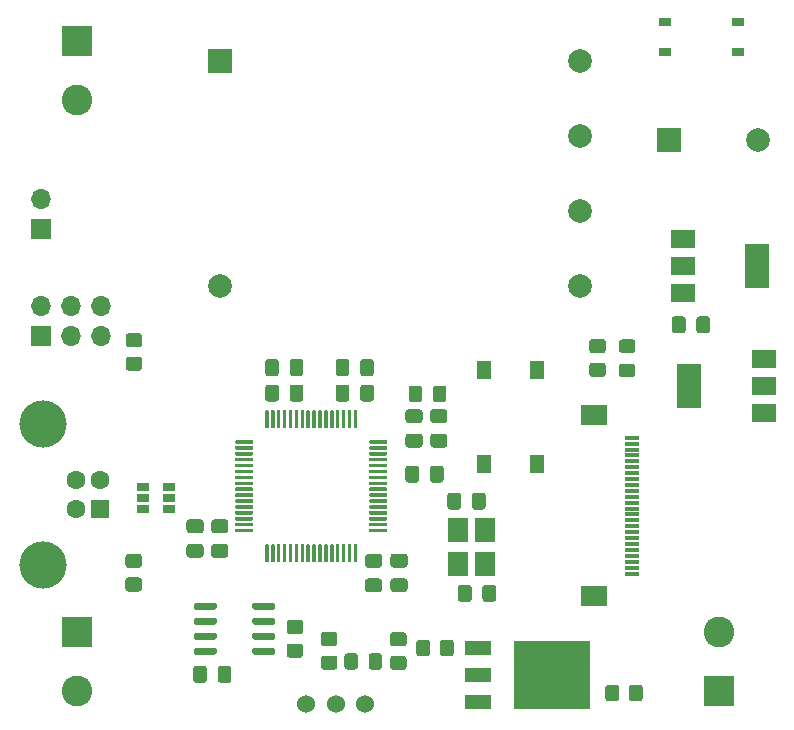
<source format=gbr>
%TF.GenerationSoftware,KiCad,Pcbnew,5.1.12-84ad8e8a86~92~ubuntu20.04.1*%
%TF.CreationDate,2021-12-25T01:33:58-06:00*%
%TF.ProjectId,Solder_Reflow_Oven_2.0,536f6c64-6572-45f5-9265-666c6f775f4f,rev?*%
%TF.SameCoordinates,Original*%
%TF.FileFunction,Soldermask,Top*%
%TF.FilePolarity,Negative*%
%FSLAX46Y46*%
G04 Gerber Fmt 4.6, Leading zero omitted, Abs format (unit mm)*
G04 Created by KiCad (PCBNEW 5.1.12-84ad8e8a86~92~ubuntu20.04.1) date 2021-12-25 01:33:58*
%MOMM*%
%LPD*%
G01*
G04 APERTURE LIST*
%ADD10R,1.600000X1.600000*%
%ADD11C,1.600000*%
%ADD12C,4.000000*%
%ADD13R,2.200000X1.800000*%
%ADD14R,1.300000X0.300000*%
%ADD15R,1.300000X1.550000*%
%ADD16C,2.600000*%
%ADD17R,2.600000X2.600000*%
%ADD18R,2.200000X1.200000*%
%ADD19R,6.400000X5.800000*%
%ADD20R,1.060000X0.650000*%
%ADD21R,1.000000X0.800000*%
%ADD22R,1.800000X2.100000*%
%ADD23R,2.000000X3.800000*%
%ADD24R,2.000000X1.500000*%
%ADD25R,2.000000X2.000000*%
%ADD26C,2.000000*%
%ADD27C,1.524000*%
%ADD28R,1.700000X1.700000*%
%ADD29O,1.700000X1.700000*%
G04 APERTURE END LIST*
D10*
%TO.C,J2*%
X46494700Y-116382800D03*
D11*
X46494700Y-113882800D03*
X44494700Y-113882800D03*
X44494700Y-116382800D03*
D12*
X41634700Y-109132800D03*
X41634700Y-121132800D03*
%TD*%
%TO.C,R4*%
G36*
G01*
X48902199Y-120154900D02*
X49802201Y-120154900D01*
G75*
G02*
X50052200Y-120404899I0J-249999D01*
G01*
X50052200Y-121104901D01*
G75*
G02*
X49802201Y-121354900I-249999J0D01*
G01*
X48902199Y-121354900D01*
G75*
G02*
X48652200Y-121104901I0J249999D01*
G01*
X48652200Y-120404899D01*
G75*
G02*
X48902199Y-120154900I249999J0D01*
G01*
G37*
G36*
G01*
X48902199Y-122154900D02*
X49802201Y-122154900D01*
G75*
G02*
X50052200Y-122404899I0J-249999D01*
G01*
X50052200Y-123104901D01*
G75*
G02*
X49802201Y-123354900I-249999J0D01*
G01*
X48902199Y-123354900D01*
G75*
G02*
X48652200Y-123104901I0J249999D01*
G01*
X48652200Y-122404899D01*
G75*
G02*
X48902199Y-122154900I249999J0D01*
G01*
G37*
%TD*%
%TO.C,C1*%
G36*
G01*
X77972500Y-123032500D02*
X77972500Y-123982500D01*
G75*
G02*
X77722500Y-124232500I-250000J0D01*
G01*
X77047500Y-124232500D01*
G75*
G02*
X76797500Y-123982500I0J250000D01*
G01*
X76797500Y-123032500D01*
G75*
G02*
X77047500Y-122782500I250000J0D01*
G01*
X77722500Y-122782500D01*
G75*
G02*
X77972500Y-123032500I0J-250000D01*
G01*
G37*
G36*
G01*
X80047500Y-123032500D02*
X80047500Y-123982500D01*
G75*
G02*
X79797500Y-124232500I-250000J0D01*
G01*
X79122500Y-124232500D01*
G75*
G02*
X78872500Y-123982500I0J250000D01*
G01*
X78872500Y-123032500D01*
G75*
G02*
X79122500Y-122782500I250000J0D01*
G01*
X79797500Y-122782500D01*
G75*
G02*
X80047500Y-123032500I0J-250000D01*
G01*
G37*
%TD*%
%TO.C,C2*%
G36*
G01*
X74427500Y-113886000D02*
X74427500Y-112936000D01*
G75*
G02*
X74677500Y-112686000I250000J0D01*
G01*
X75352500Y-112686000D01*
G75*
G02*
X75602500Y-112936000I0J-250000D01*
G01*
X75602500Y-113886000D01*
G75*
G02*
X75352500Y-114136000I-250000J0D01*
G01*
X74677500Y-114136000D01*
G75*
G02*
X74427500Y-113886000I0J250000D01*
G01*
G37*
G36*
G01*
X72352500Y-113886000D02*
X72352500Y-112936000D01*
G75*
G02*
X72602500Y-112686000I250000J0D01*
G01*
X73277500Y-112686000D01*
G75*
G02*
X73527500Y-112936000I0J-250000D01*
G01*
X73527500Y-113886000D01*
G75*
G02*
X73277500Y-114136000I-250000J0D01*
G01*
X72602500Y-114136000D01*
G75*
G02*
X72352500Y-113886000I0J250000D01*
G01*
G37*
%TD*%
%TO.C,C4*%
G36*
G01*
X68522000Y-107028000D02*
X68522000Y-106078000D01*
G75*
G02*
X68772000Y-105828000I250000J0D01*
G01*
X69447000Y-105828000D01*
G75*
G02*
X69697000Y-106078000I0J-250000D01*
G01*
X69697000Y-107028000D01*
G75*
G02*
X69447000Y-107278000I-250000J0D01*
G01*
X68772000Y-107278000D01*
G75*
G02*
X68522000Y-107028000I0J250000D01*
G01*
G37*
G36*
G01*
X66447000Y-107028000D02*
X66447000Y-106078000D01*
G75*
G02*
X66697000Y-105828000I250000J0D01*
G01*
X67372000Y-105828000D01*
G75*
G02*
X67622000Y-106078000I0J-250000D01*
G01*
X67622000Y-107028000D01*
G75*
G02*
X67372000Y-107278000I-250000J0D01*
G01*
X66697000Y-107278000D01*
G75*
G02*
X66447000Y-107028000I0J250000D01*
G01*
G37*
%TD*%
%TO.C,C5*%
G36*
G01*
X69184500Y-122243000D02*
X70134500Y-122243000D01*
G75*
G02*
X70384500Y-122493000I0J-250000D01*
G01*
X70384500Y-123168000D01*
G75*
G02*
X70134500Y-123418000I-250000J0D01*
G01*
X69184500Y-123418000D01*
G75*
G02*
X68934500Y-123168000I0J250000D01*
G01*
X68934500Y-122493000D01*
G75*
G02*
X69184500Y-122243000I250000J0D01*
G01*
G37*
G36*
G01*
X69184500Y-120168000D02*
X70134500Y-120168000D01*
G75*
G02*
X70384500Y-120418000I0J-250000D01*
G01*
X70384500Y-121093000D01*
G75*
G02*
X70134500Y-121343000I-250000J0D01*
G01*
X69184500Y-121343000D01*
G75*
G02*
X68934500Y-121093000I0J250000D01*
G01*
X68934500Y-120418000D01*
G75*
G02*
X69184500Y-120168000I250000J0D01*
G01*
G37*
%TD*%
%TO.C,C6*%
G36*
G01*
X62553000Y-107028000D02*
X62553000Y-106078000D01*
G75*
G02*
X62803000Y-105828000I250000J0D01*
G01*
X63478000Y-105828000D01*
G75*
G02*
X63728000Y-106078000I0J-250000D01*
G01*
X63728000Y-107028000D01*
G75*
G02*
X63478000Y-107278000I-250000J0D01*
G01*
X62803000Y-107278000D01*
G75*
G02*
X62553000Y-107028000I0J250000D01*
G01*
G37*
G36*
G01*
X60478000Y-107028000D02*
X60478000Y-106078000D01*
G75*
G02*
X60728000Y-105828000I250000J0D01*
G01*
X61403000Y-105828000D01*
G75*
G02*
X61653000Y-106078000I0J-250000D01*
G01*
X61653000Y-107028000D01*
G75*
G02*
X61403000Y-107278000I-250000J0D01*
G01*
X60728000Y-107278000D01*
G75*
G02*
X60478000Y-107028000I0J250000D01*
G01*
G37*
%TD*%
%TO.C,C7*%
G36*
G01*
X77083500Y-115222000D02*
X77083500Y-116172000D01*
G75*
G02*
X76833500Y-116422000I-250000J0D01*
G01*
X76158500Y-116422000D01*
G75*
G02*
X75908500Y-116172000I0J250000D01*
G01*
X75908500Y-115222000D01*
G75*
G02*
X76158500Y-114972000I250000J0D01*
G01*
X76833500Y-114972000D01*
G75*
G02*
X77083500Y-115222000I0J-250000D01*
G01*
G37*
G36*
G01*
X79158500Y-115222000D02*
X79158500Y-116172000D01*
G75*
G02*
X78908500Y-116422000I-250000J0D01*
G01*
X78233500Y-116422000D01*
G75*
G02*
X77983500Y-116172000I0J250000D01*
G01*
X77983500Y-115222000D01*
G75*
G02*
X78233500Y-114972000I250000J0D01*
G01*
X78908500Y-114972000D01*
G75*
G02*
X79158500Y-115222000I0J-250000D01*
G01*
G37*
%TD*%
%TO.C,C8*%
G36*
G01*
X62553000Y-104869000D02*
X62553000Y-103919000D01*
G75*
G02*
X62803000Y-103669000I250000J0D01*
G01*
X63478000Y-103669000D01*
G75*
G02*
X63728000Y-103919000I0J-250000D01*
G01*
X63728000Y-104869000D01*
G75*
G02*
X63478000Y-105119000I-250000J0D01*
G01*
X62803000Y-105119000D01*
G75*
G02*
X62553000Y-104869000I0J250000D01*
G01*
G37*
G36*
G01*
X60478000Y-104869000D02*
X60478000Y-103919000D01*
G75*
G02*
X60728000Y-103669000I250000J0D01*
G01*
X61403000Y-103669000D01*
G75*
G02*
X61653000Y-103919000I0J-250000D01*
G01*
X61653000Y-104869000D01*
G75*
G02*
X61403000Y-105119000I-250000J0D01*
G01*
X60728000Y-105119000D01*
G75*
G02*
X60478000Y-104869000I0J250000D01*
G01*
G37*
%TD*%
%TO.C,C9*%
G36*
G01*
X68522000Y-104869000D02*
X68522000Y-103919000D01*
G75*
G02*
X68772000Y-103669000I250000J0D01*
G01*
X69447000Y-103669000D01*
G75*
G02*
X69697000Y-103919000I0J-250000D01*
G01*
X69697000Y-104869000D01*
G75*
G02*
X69447000Y-105119000I-250000J0D01*
G01*
X68772000Y-105119000D01*
G75*
G02*
X68522000Y-104869000I0J250000D01*
G01*
G37*
G36*
G01*
X66447000Y-104869000D02*
X66447000Y-103919000D01*
G75*
G02*
X66697000Y-103669000I250000J0D01*
G01*
X67372000Y-103669000D01*
G75*
G02*
X67622000Y-103919000I0J-250000D01*
G01*
X67622000Y-104869000D01*
G75*
G02*
X67372000Y-105119000I-250000J0D01*
G01*
X66697000Y-105119000D01*
G75*
G02*
X66447000Y-104869000I0J250000D01*
G01*
G37*
%TD*%
%TO.C,C11*%
G36*
G01*
X71343500Y-122221500D02*
X72293500Y-122221500D01*
G75*
G02*
X72543500Y-122471500I0J-250000D01*
G01*
X72543500Y-123146500D01*
G75*
G02*
X72293500Y-123396500I-250000J0D01*
G01*
X71343500Y-123396500D01*
G75*
G02*
X71093500Y-123146500I0J250000D01*
G01*
X71093500Y-122471500D01*
G75*
G02*
X71343500Y-122221500I250000J0D01*
G01*
G37*
G36*
G01*
X71343500Y-120146500D02*
X72293500Y-120146500D01*
G75*
G02*
X72543500Y-120396500I0J-250000D01*
G01*
X72543500Y-121071500D01*
G75*
G02*
X72293500Y-121321500I-250000J0D01*
G01*
X71343500Y-121321500D01*
G75*
G02*
X71093500Y-121071500I0J250000D01*
G01*
X71093500Y-120396500D01*
G75*
G02*
X71343500Y-120146500I250000J0D01*
G01*
G37*
%TD*%
%TO.C,C12*%
G36*
G01*
X55021500Y-118422000D02*
X54071500Y-118422000D01*
G75*
G02*
X53821500Y-118172000I0J250000D01*
G01*
X53821500Y-117497000D01*
G75*
G02*
X54071500Y-117247000I250000J0D01*
G01*
X55021500Y-117247000D01*
G75*
G02*
X55271500Y-117497000I0J-250000D01*
G01*
X55271500Y-118172000D01*
G75*
G02*
X55021500Y-118422000I-250000J0D01*
G01*
G37*
G36*
G01*
X55021500Y-120497000D02*
X54071500Y-120497000D01*
G75*
G02*
X53821500Y-120247000I0J250000D01*
G01*
X53821500Y-119572000D01*
G75*
G02*
X54071500Y-119322000I250000J0D01*
G01*
X55021500Y-119322000D01*
G75*
G02*
X55271500Y-119572000I0J-250000D01*
G01*
X55271500Y-120247000D01*
G75*
G02*
X55021500Y-120497000I-250000J0D01*
G01*
G37*
%TD*%
%TO.C,C13*%
G36*
G01*
X96082700Y-100299500D02*
X96082700Y-101249500D01*
G75*
G02*
X95832700Y-101499500I-250000J0D01*
G01*
X95157700Y-101499500D01*
G75*
G02*
X94907700Y-101249500I0J250000D01*
G01*
X94907700Y-100299500D01*
G75*
G02*
X95157700Y-100049500I250000J0D01*
G01*
X95832700Y-100049500D01*
G75*
G02*
X96082700Y-100299500I0J-250000D01*
G01*
G37*
G36*
G01*
X98157700Y-100299500D02*
X98157700Y-101249500D01*
G75*
G02*
X97907700Y-101499500I-250000J0D01*
G01*
X97232700Y-101499500D01*
G75*
G02*
X96982700Y-101249500I0J250000D01*
G01*
X96982700Y-100299500D01*
G75*
G02*
X97232700Y-100049500I250000J0D01*
G01*
X97907700Y-100049500D01*
G75*
G02*
X98157700Y-100299500I0J-250000D01*
G01*
G37*
%TD*%
%TO.C,C14*%
G36*
G01*
X72613500Y-109987500D02*
X73563500Y-109987500D01*
G75*
G02*
X73813500Y-110237500I0J-250000D01*
G01*
X73813500Y-110912500D01*
G75*
G02*
X73563500Y-111162500I-250000J0D01*
G01*
X72613500Y-111162500D01*
G75*
G02*
X72363500Y-110912500I0J250000D01*
G01*
X72363500Y-110237500D01*
G75*
G02*
X72613500Y-109987500I250000J0D01*
G01*
G37*
G36*
G01*
X72613500Y-107912500D02*
X73563500Y-107912500D01*
G75*
G02*
X73813500Y-108162500I0J-250000D01*
G01*
X73813500Y-108837500D01*
G75*
G02*
X73563500Y-109087500I-250000J0D01*
G01*
X72613500Y-109087500D01*
G75*
G02*
X72363500Y-108837500I0J250000D01*
G01*
X72363500Y-108162500D01*
G75*
G02*
X72613500Y-107912500I250000J0D01*
G01*
G37*
%TD*%
%TO.C,C15*%
G36*
G01*
X74709000Y-109987500D02*
X75659000Y-109987500D01*
G75*
G02*
X75909000Y-110237500I0J-250000D01*
G01*
X75909000Y-110912500D01*
G75*
G02*
X75659000Y-111162500I-250000J0D01*
G01*
X74709000Y-111162500D01*
G75*
G02*
X74459000Y-110912500I0J250000D01*
G01*
X74459000Y-110237500D01*
G75*
G02*
X74709000Y-109987500I250000J0D01*
G01*
G37*
G36*
G01*
X74709000Y-107912500D02*
X75659000Y-107912500D01*
G75*
G02*
X75909000Y-108162500I0J-250000D01*
G01*
X75909000Y-108837500D01*
G75*
G02*
X75659000Y-109087500I-250000J0D01*
G01*
X74709000Y-109087500D01*
G75*
G02*
X74459000Y-108837500I0J250000D01*
G01*
X74459000Y-108162500D01*
G75*
G02*
X74709000Y-107912500I250000J0D01*
G01*
G37*
%TD*%
%TO.C,C16*%
G36*
G01*
X56457000Y-130840500D02*
X56457000Y-129890500D01*
G75*
G02*
X56707000Y-129640500I250000J0D01*
G01*
X57382000Y-129640500D01*
G75*
G02*
X57632000Y-129890500I0J-250000D01*
G01*
X57632000Y-130840500D01*
G75*
G02*
X57382000Y-131090500I-250000J0D01*
G01*
X56707000Y-131090500D01*
G75*
G02*
X56457000Y-130840500I0J250000D01*
G01*
G37*
G36*
G01*
X54382000Y-130840500D02*
X54382000Y-129890500D01*
G75*
G02*
X54632000Y-129640500I250000J0D01*
G01*
X55307000Y-129640500D01*
G75*
G02*
X55557000Y-129890500I0J-250000D01*
G01*
X55557000Y-130840500D01*
G75*
G02*
X55307000Y-131090500I-250000J0D01*
G01*
X54632000Y-131090500D01*
G75*
G02*
X54382000Y-130840500I0J250000D01*
G01*
G37*
%TD*%
%TO.C,C3*%
G36*
G01*
X57117000Y-118422000D02*
X56167000Y-118422000D01*
G75*
G02*
X55917000Y-118172000I0J250000D01*
G01*
X55917000Y-117497000D01*
G75*
G02*
X56167000Y-117247000I250000J0D01*
G01*
X57117000Y-117247000D01*
G75*
G02*
X57367000Y-117497000I0J-250000D01*
G01*
X57367000Y-118172000D01*
G75*
G02*
X57117000Y-118422000I-250000J0D01*
G01*
G37*
G36*
G01*
X57117000Y-120497000D02*
X56167000Y-120497000D01*
G75*
G02*
X55917000Y-120247000I0J250000D01*
G01*
X55917000Y-119572000D01*
G75*
G02*
X56167000Y-119322000I250000J0D01*
G01*
X57117000Y-119322000D01*
G75*
G02*
X57367000Y-119572000I0J-250000D01*
G01*
X57367000Y-120247000D01*
G75*
G02*
X57117000Y-120497000I-250000J0D01*
G01*
G37*
%TD*%
%TO.C,U4*%
G36*
G01*
X70826300Y-118114700D02*
X70826300Y-118264700D01*
G75*
G02*
X70751300Y-118339700I-75000J0D01*
G01*
X69351300Y-118339700D01*
G75*
G02*
X69276300Y-118264700I0J75000D01*
G01*
X69276300Y-118114700D01*
G75*
G02*
X69351300Y-118039700I75000J0D01*
G01*
X70751300Y-118039700D01*
G75*
G02*
X70826300Y-118114700I0J-75000D01*
G01*
G37*
G36*
G01*
X70826300Y-117614700D02*
X70826300Y-117764700D01*
G75*
G02*
X70751300Y-117839700I-75000J0D01*
G01*
X69351300Y-117839700D01*
G75*
G02*
X69276300Y-117764700I0J75000D01*
G01*
X69276300Y-117614700D01*
G75*
G02*
X69351300Y-117539700I75000J0D01*
G01*
X70751300Y-117539700D01*
G75*
G02*
X70826300Y-117614700I0J-75000D01*
G01*
G37*
G36*
G01*
X70826300Y-117114700D02*
X70826300Y-117264700D01*
G75*
G02*
X70751300Y-117339700I-75000J0D01*
G01*
X69351300Y-117339700D01*
G75*
G02*
X69276300Y-117264700I0J75000D01*
G01*
X69276300Y-117114700D01*
G75*
G02*
X69351300Y-117039700I75000J0D01*
G01*
X70751300Y-117039700D01*
G75*
G02*
X70826300Y-117114700I0J-75000D01*
G01*
G37*
G36*
G01*
X70826300Y-116614700D02*
X70826300Y-116764700D01*
G75*
G02*
X70751300Y-116839700I-75000J0D01*
G01*
X69351300Y-116839700D01*
G75*
G02*
X69276300Y-116764700I0J75000D01*
G01*
X69276300Y-116614700D01*
G75*
G02*
X69351300Y-116539700I75000J0D01*
G01*
X70751300Y-116539700D01*
G75*
G02*
X70826300Y-116614700I0J-75000D01*
G01*
G37*
G36*
G01*
X70826300Y-116114700D02*
X70826300Y-116264700D01*
G75*
G02*
X70751300Y-116339700I-75000J0D01*
G01*
X69351300Y-116339700D01*
G75*
G02*
X69276300Y-116264700I0J75000D01*
G01*
X69276300Y-116114700D01*
G75*
G02*
X69351300Y-116039700I75000J0D01*
G01*
X70751300Y-116039700D01*
G75*
G02*
X70826300Y-116114700I0J-75000D01*
G01*
G37*
G36*
G01*
X70826300Y-115614700D02*
X70826300Y-115764700D01*
G75*
G02*
X70751300Y-115839700I-75000J0D01*
G01*
X69351300Y-115839700D01*
G75*
G02*
X69276300Y-115764700I0J75000D01*
G01*
X69276300Y-115614700D01*
G75*
G02*
X69351300Y-115539700I75000J0D01*
G01*
X70751300Y-115539700D01*
G75*
G02*
X70826300Y-115614700I0J-75000D01*
G01*
G37*
G36*
G01*
X70826300Y-115114700D02*
X70826300Y-115264700D01*
G75*
G02*
X70751300Y-115339700I-75000J0D01*
G01*
X69351300Y-115339700D01*
G75*
G02*
X69276300Y-115264700I0J75000D01*
G01*
X69276300Y-115114700D01*
G75*
G02*
X69351300Y-115039700I75000J0D01*
G01*
X70751300Y-115039700D01*
G75*
G02*
X70826300Y-115114700I0J-75000D01*
G01*
G37*
G36*
G01*
X70826300Y-114614700D02*
X70826300Y-114764700D01*
G75*
G02*
X70751300Y-114839700I-75000J0D01*
G01*
X69351300Y-114839700D01*
G75*
G02*
X69276300Y-114764700I0J75000D01*
G01*
X69276300Y-114614700D01*
G75*
G02*
X69351300Y-114539700I75000J0D01*
G01*
X70751300Y-114539700D01*
G75*
G02*
X70826300Y-114614700I0J-75000D01*
G01*
G37*
G36*
G01*
X70826300Y-114114700D02*
X70826300Y-114264700D01*
G75*
G02*
X70751300Y-114339700I-75000J0D01*
G01*
X69351300Y-114339700D01*
G75*
G02*
X69276300Y-114264700I0J75000D01*
G01*
X69276300Y-114114700D01*
G75*
G02*
X69351300Y-114039700I75000J0D01*
G01*
X70751300Y-114039700D01*
G75*
G02*
X70826300Y-114114700I0J-75000D01*
G01*
G37*
G36*
G01*
X70826300Y-113614700D02*
X70826300Y-113764700D01*
G75*
G02*
X70751300Y-113839700I-75000J0D01*
G01*
X69351300Y-113839700D01*
G75*
G02*
X69276300Y-113764700I0J75000D01*
G01*
X69276300Y-113614700D01*
G75*
G02*
X69351300Y-113539700I75000J0D01*
G01*
X70751300Y-113539700D01*
G75*
G02*
X70826300Y-113614700I0J-75000D01*
G01*
G37*
G36*
G01*
X70826300Y-113114700D02*
X70826300Y-113264700D01*
G75*
G02*
X70751300Y-113339700I-75000J0D01*
G01*
X69351300Y-113339700D01*
G75*
G02*
X69276300Y-113264700I0J75000D01*
G01*
X69276300Y-113114700D01*
G75*
G02*
X69351300Y-113039700I75000J0D01*
G01*
X70751300Y-113039700D01*
G75*
G02*
X70826300Y-113114700I0J-75000D01*
G01*
G37*
G36*
G01*
X70826300Y-112614700D02*
X70826300Y-112764700D01*
G75*
G02*
X70751300Y-112839700I-75000J0D01*
G01*
X69351300Y-112839700D01*
G75*
G02*
X69276300Y-112764700I0J75000D01*
G01*
X69276300Y-112614700D01*
G75*
G02*
X69351300Y-112539700I75000J0D01*
G01*
X70751300Y-112539700D01*
G75*
G02*
X70826300Y-112614700I0J-75000D01*
G01*
G37*
G36*
G01*
X70826300Y-112114700D02*
X70826300Y-112264700D01*
G75*
G02*
X70751300Y-112339700I-75000J0D01*
G01*
X69351300Y-112339700D01*
G75*
G02*
X69276300Y-112264700I0J75000D01*
G01*
X69276300Y-112114700D01*
G75*
G02*
X69351300Y-112039700I75000J0D01*
G01*
X70751300Y-112039700D01*
G75*
G02*
X70826300Y-112114700I0J-75000D01*
G01*
G37*
G36*
G01*
X70826300Y-111614700D02*
X70826300Y-111764700D01*
G75*
G02*
X70751300Y-111839700I-75000J0D01*
G01*
X69351300Y-111839700D01*
G75*
G02*
X69276300Y-111764700I0J75000D01*
G01*
X69276300Y-111614700D01*
G75*
G02*
X69351300Y-111539700I75000J0D01*
G01*
X70751300Y-111539700D01*
G75*
G02*
X70826300Y-111614700I0J-75000D01*
G01*
G37*
G36*
G01*
X70826300Y-111114700D02*
X70826300Y-111264700D01*
G75*
G02*
X70751300Y-111339700I-75000J0D01*
G01*
X69351300Y-111339700D01*
G75*
G02*
X69276300Y-111264700I0J75000D01*
G01*
X69276300Y-111114700D01*
G75*
G02*
X69351300Y-111039700I75000J0D01*
G01*
X70751300Y-111039700D01*
G75*
G02*
X70826300Y-111114700I0J-75000D01*
G01*
G37*
G36*
G01*
X70826300Y-110614700D02*
X70826300Y-110764700D01*
G75*
G02*
X70751300Y-110839700I-75000J0D01*
G01*
X69351300Y-110839700D01*
G75*
G02*
X69276300Y-110764700I0J75000D01*
G01*
X69276300Y-110614700D01*
G75*
G02*
X69351300Y-110539700I75000J0D01*
G01*
X70751300Y-110539700D01*
G75*
G02*
X70826300Y-110614700I0J-75000D01*
G01*
G37*
G36*
G01*
X68276300Y-108064700D02*
X68276300Y-109464700D01*
G75*
G02*
X68201300Y-109539700I-75000J0D01*
G01*
X68051300Y-109539700D01*
G75*
G02*
X67976300Y-109464700I0J75000D01*
G01*
X67976300Y-108064700D01*
G75*
G02*
X68051300Y-107989700I75000J0D01*
G01*
X68201300Y-107989700D01*
G75*
G02*
X68276300Y-108064700I0J-75000D01*
G01*
G37*
G36*
G01*
X67776300Y-108064700D02*
X67776300Y-109464700D01*
G75*
G02*
X67701300Y-109539700I-75000J0D01*
G01*
X67551300Y-109539700D01*
G75*
G02*
X67476300Y-109464700I0J75000D01*
G01*
X67476300Y-108064700D01*
G75*
G02*
X67551300Y-107989700I75000J0D01*
G01*
X67701300Y-107989700D01*
G75*
G02*
X67776300Y-108064700I0J-75000D01*
G01*
G37*
G36*
G01*
X67276300Y-108064700D02*
X67276300Y-109464700D01*
G75*
G02*
X67201300Y-109539700I-75000J0D01*
G01*
X67051300Y-109539700D01*
G75*
G02*
X66976300Y-109464700I0J75000D01*
G01*
X66976300Y-108064700D01*
G75*
G02*
X67051300Y-107989700I75000J0D01*
G01*
X67201300Y-107989700D01*
G75*
G02*
X67276300Y-108064700I0J-75000D01*
G01*
G37*
G36*
G01*
X66776300Y-108064700D02*
X66776300Y-109464700D01*
G75*
G02*
X66701300Y-109539700I-75000J0D01*
G01*
X66551300Y-109539700D01*
G75*
G02*
X66476300Y-109464700I0J75000D01*
G01*
X66476300Y-108064700D01*
G75*
G02*
X66551300Y-107989700I75000J0D01*
G01*
X66701300Y-107989700D01*
G75*
G02*
X66776300Y-108064700I0J-75000D01*
G01*
G37*
G36*
G01*
X66276300Y-108064700D02*
X66276300Y-109464700D01*
G75*
G02*
X66201300Y-109539700I-75000J0D01*
G01*
X66051300Y-109539700D01*
G75*
G02*
X65976300Y-109464700I0J75000D01*
G01*
X65976300Y-108064700D01*
G75*
G02*
X66051300Y-107989700I75000J0D01*
G01*
X66201300Y-107989700D01*
G75*
G02*
X66276300Y-108064700I0J-75000D01*
G01*
G37*
G36*
G01*
X65776300Y-108064700D02*
X65776300Y-109464700D01*
G75*
G02*
X65701300Y-109539700I-75000J0D01*
G01*
X65551300Y-109539700D01*
G75*
G02*
X65476300Y-109464700I0J75000D01*
G01*
X65476300Y-108064700D01*
G75*
G02*
X65551300Y-107989700I75000J0D01*
G01*
X65701300Y-107989700D01*
G75*
G02*
X65776300Y-108064700I0J-75000D01*
G01*
G37*
G36*
G01*
X65276300Y-108064700D02*
X65276300Y-109464700D01*
G75*
G02*
X65201300Y-109539700I-75000J0D01*
G01*
X65051300Y-109539700D01*
G75*
G02*
X64976300Y-109464700I0J75000D01*
G01*
X64976300Y-108064700D01*
G75*
G02*
X65051300Y-107989700I75000J0D01*
G01*
X65201300Y-107989700D01*
G75*
G02*
X65276300Y-108064700I0J-75000D01*
G01*
G37*
G36*
G01*
X64776300Y-108064700D02*
X64776300Y-109464700D01*
G75*
G02*
X64701300Y-109539700I-75000J0D01*
G01*
X64551300Y-109539700D01*
G75*
G02*
X64476300Y-109464700I0J75000D01*
G01*
X64476300Y-108064700D01*
G75*
G02*
X64551300Y-107989700I75000J0D01*
G01*
X64701300Y-107989700D01*
G75*
G02*
X64776300Y-108064700I0J-75000D01*
G01*
G37*
G36*
G01*
X64276300Y-108064700D02*
X64276300Y-109464700D01*
G75*
G02*
X64201300Y-109539700I-75000J0D01*
G01*
X64051300Y-109539700D01*
G75*
G02*
X63976300Y-109464700I0J75000D01*
G01*
X63976300Y-108064700D01*
G75*
G02*
X64051300Y-107989700I75000J0D01*
G01*
X64201300Y-107989700D01*
G75*
G02*
X64276300Y-108064700I0J-75000D01*
G01*
G37*
G36*
G01*
X63776300Y-108064700D02*
X63776300Y-109464700D01*
G75*
G02*
X63701300Y-109539700I-75000J0D01*
G01*
X63551300Y-109539700D01*
G75*
G02*
X63476300Y-109464700I0J75000D01*
G01*
X63476300Y-108064700D01*
G75*
G02*
X63551300Y-107989700I75000J0D01*
G01*
X63701300Y-107989700D01*
G75*
G02*
X63776300Y-108064700I0J-75000D01*
G01*
G37*
G36*
G01*
X63276300Y-108064700D02*
X63276300Y-109464700D01*
G75*
G02*
X63201300Y-109539700I-75000J0D01*
G01*
X63051300Y-109539700D01*
G75*
G02*
X62976300Y-109464700I0J75000D01*
G01*
X62976300Y-108064700D01*
G75*
G02*
X63051300Y-107989700I75000J0D01*
G01*
X63201300Y-107989700D01*
G75*
G02*
X63276300Y-108064700I0J-75000D01*
G01*
G37*
G36*
G01*
X62776300Y-108064700D02*
X62776300Y-109464700D01*
G75*
G02*
X62701300Y-109539700I-75000J0D01*
G01*
X62551300Y-109539700D01*
G75*
G02*
X62476300Y-109464700I0J75000D01*
G01*
X62476300Y-108064700D01*
G75*
G02*
X62551300Y-107989700I75000J0D01*
G01*
X62701300Y-107989700D01*
G75*
G02*
X62776300Y-108064700I0J-75000D01*
G01*
G37*
G36*
G01*
X62276300Y-108064700D02*
X62276300Y-109464700D01*
G75*
G02*
X62201300Y-109539700I-75000J0D01*
G01*
X62051300Y-109539700D01*
G75*
G02*
X61976300Y-109464700I0J75000D01*
G01*
X61976300Y-108064700D01*
G75*
G02*
X62051300Y-107989700I75000J0D01*
G01*
X62201300Y-107989700D01*
G75*
G02*
X62276300Y-108064700I0J-75000D01*
G01*
G37*
G36*
G01*
X61776300Y-108064700D02*
X61776300Y-109464700D01*
G75*
G02*
X61701300Y-109539700I-75000J0D01*
G01*
X61551300Y-109539700D01*
G75*
G02*
X61476300Y-109464700I0J75000D01*
G01*
X61476300Y-108064700D01*
G75*
G02*
X61551300Y-107989700I75000J0D01*
G01*
X61701300Y-107989700D01*
G75*
G02*
X61776300Y-108064700I0J-75000D01*
G01*
G37*
G36*
G01*
X61276300Y-108064700D02*
X61276300Y-109464700D01*
G75*
G02*
X61201300Y-109539700I-75000J0D01*
G01*
X61051300Y-109539700D01*
G75*
G02*
X60976300Y-109464700I0J75000D01*
G01*
X60976300Y-108064700D01*
G75*
G02*
X61051300Y-107989700I75000J0D01*
G01*
X61201300Y-107989700D01*
G75*
G02*
X61276300Y-108064700I0J-75000D01*
G01*
G37*
G36*
G01*
X60776300Y-108064700D02*
X60776300Y-109464700D01*
G75*
G02*
X60701300Y-109539700I-75000J0D01*
G01*
X60551300Y-109539700D01*
G75*
G02*
X60476300Y-109464700I0J75000D01*
G01*
X60476300Y-108064700D01*
G75*
G02*
X60551300Y-107989700I75000J0D01*
G01*
X60701300Y-107989700D01*
G75*
G02*
X60776300Y-108064700I0J-75000D01*
G01*
G37*
G36*
G01*
X59476300Y-110614700D02*
X59476300Y-110764700D01*
G75*
G02*
X59401300Y-110839700I-75000J0D01*
G01*
X58001300Y-110839700D01*
G75*
G02*
X57926300Y-110764700I0J75000D01*
G01*
X57926300Y-110614700D01*
G75*
G02*
X58001300Y-110539700I75000J0D01*
G01*
X59401300Y-110539700D01*
G75*
G02*
X59476300Y-110614700I0J-75000D01*
G01*
G37*
G36*
G01*
X59476300Y-111114700D02*
X59476300Y-111264700D01*
G75*
G02*
X59401300Y-111339700I-75000J0D01*
G01*
X58001300Y-111339700D01*
G75*
G02*
X57926300Y-111264700I0J75000D01*
G01*
X57926300Y-111114700D01*
G75*
G02*
X58001300Y-111039700I75000J0D01*
G01*
X59401300Y-111039700D01*
G75*
G02*
X59476300Y-111114700I0J-75000D01*
G01*
G37*
G36*
G01*
X59476300Y-111614700D02*
X59476300Y-111764700D01*
G75*
G02*
X59401300Y-111839700I-75000J0D01*
G01*
X58001300Y-111839700D01*
G75*
G02*
X57926300Y-111764700I0J75000D01*
G01*
X57926300Y-111614700D01*
G75*
G02*
X58001300Y-111539700I75000J0D01*
G01*
X59401300Y-111539700D01*
G75*
G02*
X59476300Y-111614700I0J-75000D01*
G01*
G37*
G36*
G01*
X59476300Y-112114700D02*
X59476300Y-112264700D01*
G75*
G02*
X59401300Y-112339700I-75000J0D01*
G01*
X58001300Y-112339700D01*
G75*
G02*
X57926300Y-112264700I0J75000D01*
G01*
X57926300Y-112114700D01*
G75*
G02*
X58001300Y-112039700I75000J0D01*
G01*
X59401300Y-112039700D01*
G75*
G02*
X59476300Y-112114700I0J-75000D01*
G01*
G37*
G36*
G01*
X59476300Y-112614700D02*
X59476300Y-112764700D01*
G75*
G02*
X59401300Y-112839700I-75000J0D01*
G01*
X58001300Y-112839700D01*
G75*
G02*
X57926300Y-112764700I0J75000D01*
G01*
X57926300Y-112614700D01*
G75*
G02*
X58001300Y-112539700I75000J0D01*
G01*
X59401300Y-112539700D01*
G75*
G02*
X59476300Y-112614700I0J-75000D01*
G01*
G37*
G36*
G01*
X59476300Y-113114700D02*
X59476300Y-113264700D01*
G75*
G02*
X59401300Y-113339700I-75000J0D01*
G01*
X58001300Y-113339700D01*
G75*
G02*
X57926300Y-113264700I0J75000D01*
G01*
X57926300Y-113114700D01*
G75*
G02*
X58001300Y-113039700I75000J0D01*
G01*
X59401300Y-113039700D01*
G75*
G02*
X59476300Y-113114700I0J-75000D01*
G01*
G37*
G36*
G01*
X59476300Y-113614700D02*
X59476300Y-113764700D01*
G75*
G02*
X59401300Y-113839700I-75000J0D01*
G01*
X58001300Y-113839700D01*
G75*
G02*
X57926300Y-113764700I0J75000D01*
G01*
X57926300Y-113614700D01*
G75*
G02*
X58001300Y-113539700I75000J0D01*
G01*
X59401300Y-113539700D01*
G75*
G02*
X59476300Y-113614700I0J-75000D01*
G01*
G37*
G36*
G01*
X59476300Y-114114700D02*
X59476300Y-114264700D01*
G75*
G02*
X59401300Y-114339700I-75000J0D01*
G01*
X58001300Y-114339700D01*
G75*
G02*
X57926300Y-114264700I0J75000D01*
G01*
X57926300Y-114114700D01*
G75*
G02*
X58001300Y-114039700I75000J0D01*
G01*
X59401300Y-114039700D01*
G75*
G02*
X59476300Y-114114700I0J-75000D01*
G01*
G37*
G36*
G01*
X59476300Y-114614700D02*
X59476300Y-114764700D01*
G75*
G02*
X59401300Y-114839700I-75000J0D01*
G01*
X58001300Y-114839700D01*
G75*
G02*
X57926300Y-114764700I0J75000D01*
G01*
X57926300Y-114614700D01*
G75*
G02*
X58001300Y-114539700I75000J0D01*
G01*
X59401300Y-114539700D01*
G75*
G02*
X59476300Y-114614700I0J-75000D01*
G01*
G37*
G36*
G01*
X59476300Y-115114700D02*
X59476300Y-115264700D01*
G75*
G02*
X59401300Y-115339700I-75000J0D01*
G01*
X58001300Y-115339700D01*
G75*
G02*
X57926300Y-115264700I0J75000D01*
G01*
X57926300Y-115114700D01*
G75*
G02*
X58001300Y-115039700I75000J0D01*
G01*
X59401300Y-115039700D01*
G75*
G02*
X59476300Y-115114700I0J-75000D01*
G01*
G37*
G36*
G01*
X59476300Y-115614700D02*
X59476300Y-115764700D01*
G75*
G02*
X59401300Y-115839700I-75000J0D01*
G01*
X58001300Y-115839700D01*
G75*
G02*
X57926300Y-115764700I0J75000D01*
G01*
X57926300Y-115614700D01*
G75*
G02*
X58001300Y-115539700I75000J0D01*
G01*
X59401300Y-115539700D01*
G75*
G02*
X59476300Y-115614700I0J-75000D01*
G01*
G37*
G36*
G01*
X59476300Y-116114700D02*
X59476300Y-116264700D01*
G75*
G02*
X59401300Y-116339700I-75000J0D01*
G01*
X58001300Y-116339700D01*
G75*
G02*
X57926300Y-116264700I0J75000D01*
G01*
X57926300Y-116114700D01*
G75*
G02*
X58001300Y-116039700I75000J0D01*
G01*
X59401300Y-116039700D01*
G75*
G02*
X59476300Y-116114700I0J-75000D01*
G01*
G37*
G36*
G01*
X59476300Y-116614700D02*
X59476300Y-116764700D01*
G75*
G02*
X59401300Y-116839700I-75000J0D01*
G01*
X58001300Y-116839700D01*
G75*
G02*
X57926300Y-116764700I0J75000D01*
G01*
X57926300Y-116614700D01*
G75*
G02*
X58001300Y-116539700I75000J0D01*
G01*
X59401300Y-116539700D01*
G75*
G02*
X59476300Y-116614700I0J-75000D01*
G01*
G37*
G36*
G01*
X59476300Y-117114700D02*
X59476300Y-117264700D01*
G75*
G02*
X59401300Y-117339700I-75000J0D01*
G01*
X58001300Y-117339700D01*
G75*
G02*
X57926300Y-117264700I0J75000D01*
G01*
X57926300Y-117114700D01*
G75*
G02*
X58001300Y-117039700I75000J0D01*
G01*
X59401300Y-117039700D01*
G75*
G02*
X59476300Y-117114700I0J-75000D01*
G01*
G37*
G36*
G01*
X59476300Y-117614700D02*
X59476300Y-117764700D01*
G75*
G02*
X59401300Y-117839700I-75000J0D01*
G01*
X58001300Y-117839700D01*
G75*
G02*
X57926300Y-117764700I0J75000D01*
G01*
X57926300Y-117614700D01*
G75*
G02*
X58001300Y-117539700I75000J0D01*
G01*
X59401300Y-117539700D01*
G75*
G02*
X59476300Y-117614700I0J-75000D01*
G01*
G37*
G36*
G01*
X59476300Y-118114700D02*
X59476300Y-118264700D01*
G75*
G02*
X59401300Y-118339700I-75000J0D01*
G01*
X58001300Y-118339700D01*
G75*
G02*
X57926300Y-118264700I0J75000D01*
G01*
X57926300Y-118114700D01*
G75*
G02*
X58001300Y-118039700I75000J0D01*
G01*
X59401300Y-118039700D01*
G75*
G02*
X59476300Y-118114700I0J-75000D01*
G01*
G37*
G36*
G01*
X60776300Y-119414700D02*
X60776300Y-120814700D01*
G75*
G02*
X60701300Y-120889700I-75000J0D01*
G01*
X60551300Y-120889700D01*
G75*
G02*
X60476300Y-120814700I0J75000D01*
G01*
X60476300Y-119414700D01*
G75*
G02*
X60551300Y-119339700I75000J0D01*
G01*
X60701300Y-119339700D01*
G75*
G02*
X60776300Y-119414700I0J-75000D01*
G01*
G37*
G36*
G01*
X61276300Y-119414700D02*
X61276300Y-120814700D01*
G75*
G02*
X61201300Y-120889700I-75000J0D01*
G01*
X61051300Y-120889700D01*
G75*
G02*
X60976300Y-120814700I0J75000D01*
G01*
X60976300Y-119414700D01*
G75*
G02*
X61051300Y-119339700I75000J0D01*
G01*
X61201300Y-119339700D01*
G75*
G02*
X61276300Y-119414700I0J-75000D01*
G01*
G37*
G36*
G01*
X61776300Y-119414700D02*
X61776300Y-120814700D01*
G75*
G02*
X61701300Y-120889700I-75000J0D01*
G01*
X61551300Y-120889700D01*
G75*
G02*
X61476300Y-120814700I0J75000D01*
G01*
X61476300Y-119414700D01*
G75*
G02*
X61551300Y-119339700I75000J0D01*
G01*
X61701300Y-119339700D01*
G75*
G02*
X61776300Y-119414700I0J-75000D01*
G01*
G37*
G36*
G01*
X62276300Y-119414700D02*
X62276300Y-120814700D01*
G75*
G02*
X62201300Y-120889700I-75000J0D01*
G01*
X62051300Y-120889700D01*
G75*
G02*
X61976300Y-120814700I0J75000D01*
G01*
X61976300Y-119414700D01*
G75*
G02*
X62051300Y-119339700I75000J0D01*
G01*
X62201300Y-119339700D01*
G75*
G02*
X62276300Y-119414700I0J-75000D01*
G01*
G37*
G36*
G01*
X62776300Y-119414700D02*
X62776300Y-120814700D01*
G75*
G02*
X62701300Y-120889700I-75000J0D01*
G01*
X62551300Y-120889700D01*
G75*
G02*
X62476300Y-120814700I0J75000D01*
G01*
X62476300Y-119414700D01*
G75*
G02*
X62551300Y-119339700I75000J0D01*
G01*
X62701300Y-119339700D01*
G75*
G02*
X62776300Y-119414700I0J-75000D01*
G01*
G37*
G36*
G01*
X63276300Y-119414700D02*
X63276300Y-120814700D01*
G75*
G02*
X63201300Y-120889700I-75000J0D01*
G01*
X63051300Y-120889700D01*
G75*
G02*
X62976300Y-120814700I0J75000D01*
G01*
X62976300Y-119414700D01*
G75*
G02*
X63051300Y-119339700I75000J0D01*
G01*
X63201300Y-119339700D01*
G75*
G02*
X63276300Y-119414700I0J-75000D01*
G01*
G37*
G36*
G01*
X63776300Y-119414700D02*
X63776300Y-120814700D01*
G75*
G02*
X63701300Y-120889700I-75000J0D01*
G01*
X63551300Y-120889700D01*
G75*
G02*
X63476300Y-120814700I0J75000D01*
G01*
X63476300Y-119414700D01*
G75*
G02*
X63551300Y-119339700I75000J0D01*
G01*
X63701300Y-119339700D01*
G75*
G02*
X63776300Y-119414700I0J-75000D01*
G01*
G37*
G36*
G01*
X64276300Y-119414700D02*
X64276300Y-120814700D01*
G75*
G02*
X64201300Y-120889700I-75000J0D01*
G01*
X64051300Y-120889700D01*
G75*
G02*
X63976300Y-120814700I0J75000D01*
G01*
X63976300Y-119414700D01*
G75*
G02*
X64051300Y-119339700I75000J0D01*
G01*
X64201300Y-119339700D01*
G75*
G02*
X64276300Y-119414700I0J-75000D01*
G01*
G37*
G36*
G01*
X64776300Y-119414700D02*
X64776300Y-120814700D01*
G75*
G02*
X64701300Y-120889700I-75000J0D01*
G01*
X64551300Y-120889700D01*
G75*
G02*
X64476300Y-120814700I0J75000D01*
G01*
X64476300Y-119414700D01*
G75*
G02*
X64551300Y-119339700I75000J0D01*
G01*
X64701300Y-119339700D01*
G75*
G02*
X64776300Y-119414700I0J-75000D01*
G01*
G37*
G36*
G01*
X65276300Y-119414700D02*
X65276300Y-120814700D01*
G75*
G02*
X65201300Y-120889700I-75000J0D01*
G01*
X65051300Y-120889700D01*
G75*
G02*
X64976300Y-120814700I0J75000D01*
G01*
X64976300Y-119414700D01*
G75*
G02*
X65051300Y-119339700I75000J0D01*
G01*
X65201300Y-119339700D01*
G75*
G02*
X65276300Y-119414700I0J-75000D01*
G01*
G37*
G36*
G01*
X65776300Y-119414700D02*
X65776300Y-120814700D01*
G75*
G02*
X65701300Y-120889700I-75000J0D01*
G01*
X65551300Y-120889700D01*
G75*
G02*
X65476300Y-120814700I0J75000D01*
G01*
X65476300Y-119414700D01*
G75*
G02*
X65551300Y-119339700I75000J0D01*
G01*
X65701300Y-119339700D01*
G75*
G02*
X65776300Y-119414700I0J-75000D01*
G01*
G37*
G36*
G01*
X66276300Y-119414700D02*
X66276300Y-120814700D01*
G75*
G02*
X66201300Y-120889700I-75000J0D01*
G01*
X66051300Y-120889700D01*
G75*
G02*
X65976300Y-120814700I0J75000D01*
G01*
X65976300Y-119414700D01*
G75*
G02*
X66051300Y-119339700I75000J0D01*
G01*
X66201300Y-119339700D01*
G75*
G02*
X66276300Y-119414700I0J-75000D01*
G01*
G37*
G36*
G01*
X66776300Y-119414700D02*
X66776300Y-120814700D01*
G75*
G02*
X66701300Y-120889700I-75000J0D01*
G01*
X66551300Y-120889700D01*
G75*
G02*
X66476300Y-120814700I0J75000D01*
G01*
X66476300Y-119414700D01*
G75*
G02*
X66551300Y-119339700I75000J0D01*
G01*
X66701300Y-119339700D01*
G75*
G02*
X66776300Y-119414700I0J-75000D01*
G01*
G37*
G36*
G01*
X67276300Y-119414700D02*
X67276300Y-120814700D01*
G75*
G02*
X67201300Y-120889700I-75000J0D01*
G01*
X67051300Y-120889700D01*
G75*
G02*
X66976300Y-120814700I0J75000D01*
G01*
X66976300Y-119414700D01*
G75*
G02*
X67051300Y-119339700I75000J0D01*
G01*
X67201300Y-119339700D01*
G75*
G02*
X67276300Y-119414700I0J-75000D01*
G01*
G37*
G36*
G01*
X67776300Y-119414700D02*
X67776300Y-120814700D01*
G75*
G02*
X67701300Y-120889700I-75000J0D01*
G01*
X67551300Y-120889700D01*
G75*
G02*
X67476300Y-120814700I0J75000D01*
G01*
X67476300Y-119414700D01*
G75*
G02*
X67551300Y-119339700I75000J0D01*
G01*
X67701300Y-119339700D01*
G75*
G02*
X67776300Y-119414700I0J-75000D01*
G01*
G37*
G36*
G01*
X68276300Y-119414700D02*
X68276300Y-120814700D01*
G75*
G02*
X68201300Y-120889700I-75000J0D01*
G01*
X68051300Y-120889700D01*
G75*
G02*
X67976300Y-120814700I0J75000D01*
G01*
X67976300Y-119414700D01*
G75*
G02*
X68051300Y-119339700I75000J0D01*
G01*
X68201300Y-119339700D01*
G75*
G02*
X68276300Y-119414700I0J-75000D01*
G01*
G37*
%TD*%
%TO.C,U2*%
G36*
G01*
X54423900Y-124749700D02*
X54423900Y-124449700D01*
G75*
G02*
X54573900Y-124299700I150000J0D01*
G01*
X56223900Y-124299700D01*
G75*
G02*
X56373900Y-124449700I0J-150000D01*
G01*
X56373900Y-124749700D01*
G75*
G02*
X56223900Y-124899700I-150000J0D01*
G01*
X54573900Y-124899700D01*
G75*
G02*
X54423900Y-124749700I0J150000D01*
G01*
G37*
G36*
G01*
X54423900Y-126019700D02*
X54423900Y-125719700D01*
G75*
G02*
X54573900Y-125569700I150000J0D01*
G01*
X56223900Y-125569700D01*
G75*
G02*
X56373900Y-125719700I0J-150000D01*
G01*
X56373900Y-126019700D01*
G75*
G02*
X56223900Y-126169700I-150000J0D01*
G01*
X54573900Y-126169700D01*
G75*
G02*
X54423900Y-126019700I0J150000D01*
G01*
G37*
G36*
G01*
X54423900Y-127289700D02*
X54423900Y-126989700D01*
G75*
G02*
X54573900Y-126839700I150000J0D01*
G01*
X56223900Y-126839700D01*
G75*
G02*
X56373900Y-126989700I0J-150000D01*
G01*
X56373900Y-127289700D01*
G75*
G02*
X56223900Y-127439700I-150000J0D01*
G01*
X54573900Y-127439700D01*
G75*
G02*
X54423900Y-127289700I0J150000D01*
G01*
G37*
G36*
G01*
X54423900Y-128559700D02*
X54423900Y-128259700D01*
G75*
G02*
X54573900Y-128109700I150000J0D01*
G01*
X56223900Y-128109700D01*
G75*
G02*
X56373900Y-128259700I0J-150000D01*
G01*
X56373900Y-128559700D01*
G75*
G02*
X56223900Y-128709700I-150000J0D01*
G01*
X54573900Y-128709700D01*
G75*
G02*
X54423900Y-128559700I0J150000D01*
G01*
G37*
G36*
G01*
X59373900Y-128559700D02*
X59373900Y-128259700D01*
G75*
G02*
X59523900Y-128109700I150000J0D01*
G01*
X61173900Y-128109700D01*
G75*
G02*
X61323900Y-128259700I0J-150000D01*
G01*
X61323900Y-128559700D01*
G75*
G02*
X61173900Y-128709700I-150000J0D01*
G01*
X59523900Y-128709700D01*
G75*
G02*
X59373900Y-128559700I0J150000D01*
G01*
G37*
G36*
G01*
X59373900Y-127289700D02*
X59373900Y-126989700D01*
G75*
G02*
X59523900Y-126839700I150000J0D01*
G01*
X61173900Y-126839700D01*
G75*
G02*
X61323900Y-126989700I0J-150000D01*
G01*
X61323900Y-127289700D01*
G75*
G02*
X61173900Y-127439700I-150000J0D01*
G01*
X59523900Y-127439700D01*
G75*
G02*
X59373900Y-127289700I0J150000D01*
G01*
G37*
G36*
G01*
X59373900Y-126019700D02*
X59373900Y-125719700D01*
G75*
G02*
X59523900Y-125569700I150000J0D01*
G01*
X61173900Y-125569700D01*
G75*
G02*
X61323900Y-125719700I0J-150000D01*
G01*
X61323900Y-126019700D01*
G75*
G02*
X61173900Y-126169700I-150000J0D01*
G01*
X59523900Y-126169700D01*
G75*
G02*
X59373900Y-126019700I0J150000D01*
G01*
G37*
G36*
G01*
X59373900Y-124749700D02*
X59373900Y-124449700D01*
G75*
G02*
X59523900Y-124299700I150000J0D01*
G01*
X61173900Y-124299700D01*
G75*
G02*
X61323900Y-124449700I0J-150000D01*
G01*
X61323900Y-124749700D01*
G75*
G02*
X61173900Y-124899700I-150000J0D01*
G01*
X59523900Y-124899700D01*
G75*
G02*
X59373900Y-124749700I0J150000D01*
G01*
G37*
%TD*%
D13*
%TO.C,J7*%
X88325500Y-123728000D03*
X88325500Y-108428000D03*
D14*
X91575500Y-110328000D03*
X91575500Y-110828000D03*
X91575500Y-111328000D03*
X91575500Y-111828000D03*
X91575500Y-112328000D03*
X91575500Y-112828000D03*
X91575500Y-113328000D03*
X91575500Y-113828000D03*
X91575500Y-114328000D03*
X91575500Y-114828000D03*
X91575500Y-115328000D03*
X91575500Y-115828000D03*
X91575500Y-116328000D03*
X91575500Y-116828000D03*
X91575500Y-117328000D03*
X91575500Y-117828000D03*
X91575500Y-118328000D03*
X91575500Y-118828000D03*
X91575500Y-119328000D03*
X91575500Y-119828000D03*
X91575500Y-120328000D03*
X91575500Y-120828000D03*
X91575500Y-121328000D03*
X91575500Y-121828000D03*
%TD*%
D15*
%TO.C,SW1*%
X83530000Y-112560000D03*
X79030000Y-112560000D03*
X79030000Y-104610000D03*
X83530000Y-104610000D03*
%TD*%
D16*
%TO.C,J1*%
X98933000Y-126762500D03*
D17*
X98933000Y-131762500D03*
%TD*%
%TO.C,J3*%
X44577000Y-126784100D03*
D16*
X44577000Y-131784100D03*
%TD*%
D18*
%TO.C,Q1*%
X78477000Y-128149000D03*
X78477000Y-130429000D03*
X78477000Y-132709000D03*
D19*
X84777000Y-130429000D03*
%TD*%
D20*
%TO.C,U3*%
X50144500Y-114493000D03*
X50144500Y-115443000D03*
X50144500Y-116393000D03*
X52344500Y-116393000D03*
X52344500Y-114493000D03*
X52344500Y-115443000D03*
%TD*%
D21*
%TO.C,U5*%
X100522100Y-77673200D03*
X100522100Y-75133200D03*
X94372100Y-75133200D03*
X94372100Y-77673200D03*
%TD*%
D22*
%TO.C,Y1*%
X79128000Y-121020500D03*
X79128000Y-118120500D03*
X76828000Y-118120500D03*
X76828000Y-121020500D03*
%TD*%
D23*
%TO.C,U1*%
X102159200Y-95808800D03*
D24*
X95859200Y-95808800D03*
X95859200Y-98108800D03*
X95859200Y-93508800D03*
%TD*%
D17*
%TO.C,J6*%
X44538900Y-76720700D03*
D16*
X44538900Y-81720700D03*
%TD*%
D25*
%TO.C,U6*%
X56654700Y-78460600D03*
D26*
X56654700Y-97510600D03*
X87134700Y-78460600D03*
X87134700Y-84810600D03*
X87134700Y-91160600D03*
X87134700Y-97510600D03*
%TD*%
D27*
%TO.C,U7*%
X63944500Y-132842000D03*
X66484500Y-132842000D03*
X68961000Y-132842000D03*
%TD*%
D28*
%TO.C,J4*%
X41465500Y-101727000D03*
D29*
X41465500Y-99187000D03*
X44005500Y-101727000D03*
X44005500Y-99187000D03*
X46545500Y-101727000D03*
X46545500Y-99187000D03*
%TD*%
D28*
%TO.C,J5*%
X41465500Y-92646500D03*
D29*
X41465500Y-90106500D03*
%TD*%
%TO.C,D1*%
G36*
G01*
X90672499Y-102006600D02*
X91572501Y-102006600D01*
G75*
G02*
X91822500Y-102256599I0J-249999D01*
G01*
X91822500Y-102906601D01*
G75*
G02*
X91572501Y-103156600I-249999J0D01*
G01*
X90672499Y-103156600D01*
G75*
G02*
X90422500Y-102906601I0J249999D01*
G01*
X90422500Y-102256599D01*
G75*
G02*
X90672499Y-102006600I249999J0D01*
G01*
G37*
G36*
G01*
X90672499Y-104056600D02*
X91572501Y-104056600D01*
G75*
G02*
X91822500Y-104306599I0J-249999D01*
G01*
X91822500Y-104956601D01*
G75*
G02*
X91572501Y-105206600I-249999J0D01*
G01*
X90672499Y-105206600D01*
G75*
G02*
X90422500Y-104956601I0J249999D01*
G01*
X90422500Y-104306599D01*
G75*
G02*
X90672499Y-104056600I249999J0D01*
G01*
G37*
%TD*%
%TO.C,D2*%
G36*
G01*
X68333200Y-128823299D02*
X68333200Y-129723301D01*
G75*
G02*
X68083201Y-129973300I-249999J0D01*
G01*
X67433199Y-129973300D01*
G75*
G02*
X67183200Y-129723301I0J249999D01*
G01*
X67183200Y-128823299D01*
G75*
G02*
X67433199Y-128573300I249999J0D01*
G01*
X68083201Y-128573300D01*
G75*
G02*
X68333200Y-128823299I0J-249999D01*
G01*
G37*
G36*
G01*
X70383200Y-128823299D02*
X70383200Y-129723301D01*
G75*
G02*
X70133201Y-129973300I-249999J0D01*
G01*
X69483199Y-129973300D01*
G75*
G02*
X69233200Y-129723301I0J249999D01*
G01*
X69233200Y-128823299D01*
G75*
G02*
X69483199Y-128573300I249999J0D01*
G01*
X70133201Y-128573300D01*
G75*
G02*
X70383200Y-128823299I0J-249999D01*
G01*
G37*
%TD*%
%TO.C,FB1*%
G36*
G01*
X75831500Y-106166499D02*
X75831500Y-107066501D01*
G75*
G02*
X75581501Y-107316500I-249999J0D01*
G01*
X74931499Y-107316500D01*
G75*
G02*
X74681500Y-107066501I0J249999D01*
G01*
X74681500Y-106166499D01*
G75*
G02*
X74931499Y-105916500I249999J0D01*
G01*
X75581501Y-105916500D01*
G75*
G02*
X75831500Y-106166499I0J-249999D01*
G01*
G37*
G36*
G01*
X73781500Y-106166499D02*
X73781500Y-107066501D01*
G75*
G02*
X73531501Y-107316500I-249999J0D01*
G01*
X72881499Y-107316500D01*
G75*
G02*
X72631500Y-107066501I0J249999D01*
G01*
X72631500Y-106166499D01*
G75*
G02*
X72881499Y-105916500I249999J0D01*
G01*
X73531501Y-105916500D01*
G75*
G02*
X73781500Y-106166499I0J-249999D01*
G01*
G37*
%TD*%
%TO.C,R1*%
G36*
G01*
X76466500Y-127692999D02*
X76466500Y-128593001D01*
G75*
G02*
X76216501Y-128843000I-249999J0D01*
G01*
X75516499Y-128843000D01*
G75*
G02*
X75266500Y-128593001I0J249999D01*
G01*
X75266500Y-127692999D01*
G75*
G02*
X75516499Y-127443000I249999J0D01*
G01*
X76216501Y-127443000D01*
G75*
G02*
X76466500Y-127692999I0J-249999D01*
G01*
G37*
G36*
G01*
X74466500Y-127692999D02*
X74466500Y-128593001D01*
G75*
G02*
X74216501Y-128843000I-249999J0D01*
G01*
X73516499Y-128843000D01*
G75*
G02*
X73266500Y-128593001I0J249999D01*
G01*
X73266500Y-127692999D01*
G75*
G02*
X73516499Y-127443000I249999J0D01*
G01*
X74216501Y-127443000D01*
G75*
G02*
X74466500Y-127692999I0J-249999D01*
G01*
G37*
%TD*%
%TO.C,R2*%
G36*
G01*
X92468500Y-131502999D02*
X92468500Y-132403001D01*
G75*
G02*
X92218501Y-132653000I-249999J0D01*
G01*
X91518499Y-132653000D01*
G75*
G02*
X91268500Y-132403001I0J249999D01*
G01*
X91268500Y-131502999D01*
G75*
G02*
X91518499Y-131253000I249999J0D01*
G01*
X92218501Y-131253000D01*
G75*
G02*
X92468500Y-131502999I0J-249999D01*
G01*
G37*
G36*
G01*
X90468500Y-131502999D02*
X90468500Y-132403001D01*
G75*
G02*
X90218501Y-132653000I-249999J0D01*
G01*
X89518499Y-132653000D01*
G75*
G02*
X89268500Y-132403001I0J249999D01*
G01*
X89268500Y-131502999D01*
G75*
G02*
X89518499Y-131253000I249999J0D01*
G01*
X90218501Y-131253000D01*
G75*
G02*
X90468500Y-131502999I0J-249999D01*
G01*
G37*
%TD*%
%TO.C,R3*%
G36*
G01*
X48914899Y-103473200D02*
X49814901Y-103473200D01*
G75*
G02*
X50064900Y-103723199I0J-249999D01*
G01*
X50064900Y-104423201D01*
G75*
G02*
X49814901Y-104673200I-249999J0D01*
G01*
X48914899Y-104673200D01*
G75*
G02*
X48664900Y-104423201I0J249999D01*
G01*
X48664900Y-103723199D01*
G75*
G02*
X48914899Y-103473200I249999J0D01*
G01*
G37*
G36*
G01*
X48914899Y-101473200D02*
X49814901Y-101473200D01*
G75*
G02*
X50064900Y-101723199I0J-249999D01*
G01*
X50064900Y-102423201D01*
G75*
G02*
X49814901Y-102673200I-249999J0D01*
G01*
X48914899Y-102673200D01*
G75*
G02*
X48664900Y-102423201I0J249999D01*
G01*
X48664900Y-101723199D01*
G75*
G02*
X48914899Y-101473200I249999J0D01*
G01*
G37*
%TD*%
%TO.C,R6*%
G36*
G01*
X63454701Y-126955600D02*
X62554699Y-126955600D01*
G75*
G02*
X62304700Y-126705601I0J249999D01*
G01*
X62304700Y-126005599D01*
G75*
G02*
X62554699Y-125755600I249999J0D01*
G01*
X63454701Y-125755600D01*
G75*
G02*
X63704700Y-126005599I0J-249999D01*
G01*
X63704700Y-126705601D01*
G75*
G02*
X63454701Y-126955600I-249999J0D01*
G01*
G37*
G36*
G01*
X63454701Y-128955600D02*
X62554699Y-128955600D01*
G75*
G02*
X62304700Y-128705601I0J249999D01*
G01*
X62304700Y-128005599D01*
G75*
G02*
X62554699Y-127755600I249999J0D01*
G01*
X63454701Y-127755600D01*
G75*
G02*
X63704700Y-128005599I0J-249999D01*
G01*
X63704700Y-128705601D01*
G75*
G02*
X63454701Y-128955600I-249999J0D01*
G01*
G37*
%TD*%
%TO.C,R7*%
G36*
G01*
X89070601Y-105181200D02*
X88170599Y-105181200D01*
G75*
G02*
X87920600Y-104931201I0J249999D01*
G01*
X87920600Y-104231199D01*
G75*
G02*
X88170599Y-103981200I249999J0D01*
G01*
X89070601Y-103981200D01*
G75*
G02*
X89320600Y-104231199I0J-249999D01*
G01*
X89320600Y-104931201D01*
G75*
G02*
X89070601Y-105181200I-249999J0D01*
G01*
G37*
G36*
G01*
X89070601Y-103181200D02*
X88170599Y-103181200D01*
G75*
G02*
X87920600Y-102931201I0J249999D01*
G01*
X87920600Y-102231199D01*
G75*
G02*
X88170599Y-101981200I249999J0D01*
G01*
X89070601Y-101981200D01*
G75*
G02*
X89320600Y-102231199I0J-249999D01*
G01*
X89320600Y-102931201D01*
G75*
G02*
X89070601Y-103181200I-249999J0D01*
G01*
G37*
%TD*%
%TO.C,R8*%
G36*
G01*
X66350301Y-129971600D02*
X65450299Y-129971600D01*
G75*
G02*
X65200300Y-129721601I0J249999D01*
G01*
X65200300Y-129021599D01*
G75*
G02*
X65450299Y-128771600I249999J0D01*
G01*
X66350301Y-128771600D01*
G75*
G02*
X66600300Y-129021599I0J-249999D01*
G01*
X66600300Y-129721601D01*
G75*
G02*
X66350301Y-129971600I-249999J0D01*
G01*
G37*
G36*
G01*
X66350301Y-127971600D02*
X65450299Y-127971600D01*
G75*
G02*
X65200300Y-127721601I0J249999D01*
G01*
X65200300Y-127021599D01*
G75*
G02*
X65450299Y-126771600I249999J0D01*
G01*
X66350301Y-126771600D01*
G75*
G02*
X66600300Y-127021599I0J-249999D01*
G01*
X66600300Y-127721601D01*
G75*
G02*
X66350301Y-127971600I-249999J0D01*
G01*
G37*
%TD*%
%TO.C,R9*%
G36*
G01*
X71304999Y-128797000D02*
X72205001Y-128797000D01*
G75*
G02*
X72455000Y-129046999I0J-249999D01*
G01*
X72455000Y-129747001D01*
G75*
G02*
X72205001Y-129997000I-249999J0D01*
G01*
X71304999Y-129997000D01*
G75*
G02*
X71055000Y-129747001I0J249999D01*
G01*
X71055000Y-129046999D01*
G75*
G02*
X71304999Y-128797000I249999J0D01*
G01*
G37*
G36*
G01*
X71304999Y-126797000D02*
X72205001Y-126797000D01*
G75*
G02*
X72455000Y-127046999I0J-249999D01*
G01*
X72455000Y-127747001D01*
G75*
G02*
X72205001Y-127997000I-249999J0D01*
G01*
X71304999Y-127997000D01*
G75*
G02*
X71055000Y-127747001I0J249999D01*
G01*
X71055000Y-127046999D01*
G75*
G02*
X71304999Y-126797000I249999J0D01*
G01*
G37*
%TD*%
D23*
%TO.C,U8*%
X96392600Y-105930700D03*
D24*
X102692600Y-105930700D03*
X102692600Y-103630700D03*
X102692600Y-108230700D03*
%TD*%
D25*
%TO.C,C10*%
X94691200Y-85140800D03*
D26*
X102191200Y-85140800D03*
%TD*%
M02*

</source>
